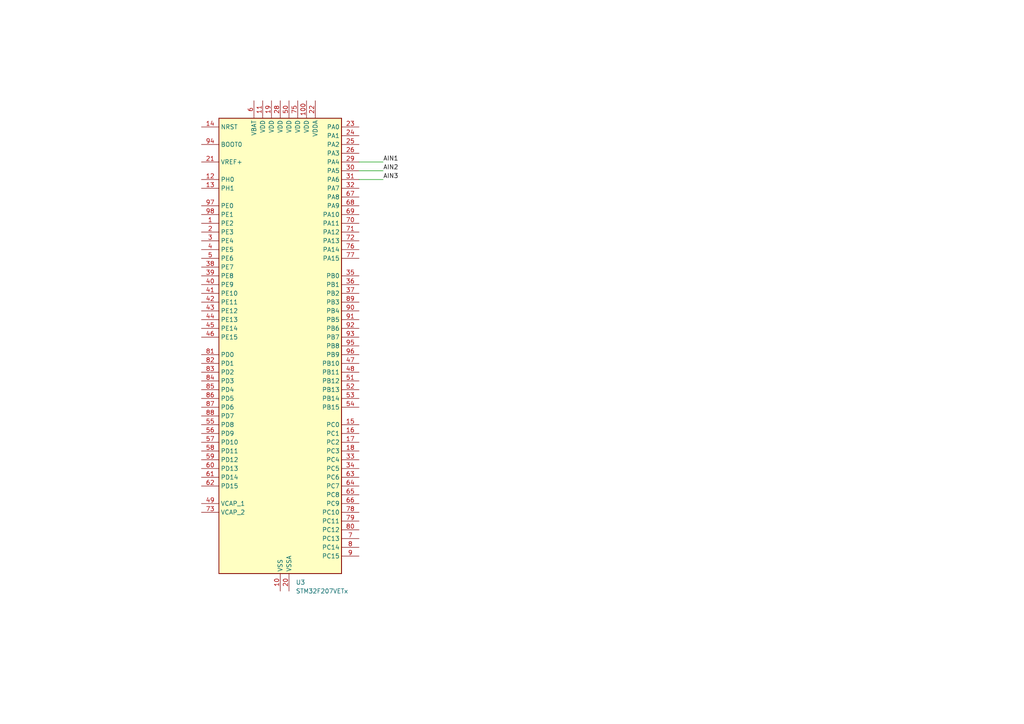
<source format=kicad_sch>
(kicad_sch (version 20230121) (generator eeschema)
  (paper "A4")
  (lib_symbols
    (symbol "MCU_ST_STM32F2:STM32F207VETx"
      (property "Reference" "U" (at -17.78 67.31 0))
      (property "Value" "STM32F207VETx" (at 12.7 67.31 0))
      (symbol "STM32F207VETx_0_1"
        (rectangle (start -17.78 -66.04) (end 17.78 66.04) (stroke (width 0.254)) (fill (type background)))
      )
      (symbol "STM32F207VETx_1_1"
        (pin bidirectional line (at -22.86 35.56 0) (length 5.08) (name "PE2") (number "1"))
        (pin power_in line (at 0 -71.12 90) (length 5.08) (name "VSS") (number "10"))
        (pin power_in line (at 7.62 71.12 270) (length 5.08) (name "VDD") (number "100"))
        (pin power_in line (at -5.08 71.12 270) (length 5.08) (name "VDD") (number "11"))
        (pin bidirectional line (at -22.86 48.26 0) (length 5.08) (name "PH0") (number "12"))
        (pin bidirectional line (at -22.86 45.72 0) (length 5.08) (name "PH1") (number "13"))
        (pin input line (at -22.86 63.5 0) (length 5.08) (name "NRST") (number "14"))
        (pin bidirectional line (at 22.86 -22.86 180) (length 5.08) (name "PC0") (number "15"))
        (pin bidirectional line (at 22.86 -25.4 180) (length 5.08) (name "PC1") (number "16"))
        (pin bidirectional line (at 22.86 -27.94 180) (length 5.08) (name "PC2") (number "17"))
        (pin bidirectional line (at 22.86 -30.48 180) (length 5.08) (name "PC3") (number "18"))
        (pin power_in line (at -2.54 71.12 270) (length 5.08) (name "VDD") (number "19"))
        (pin bidirectional line (at -22.86 33.02 0) (length 5.08) (name "PE3") (number "2"))
        (pin power_in line (at 2.54 -71.12 90) (length 5.08) (name "VSSA") (number "20"))
        (pin input line (at -22.86 53.34 0) (length 5.08) (name "VREF+") (number "21"))
        (pin power_in line (at 10.16 71.12 270) (length 5.08) (name "VDDA") (number "22"))
        (pin bidirectional line (at 22.86 63.5 180) (length 5.08) (name "PA0") (number "23"))
        (pin bidirectional line (at 22.86 60.96 180) (length 5.08) (name "PA1") (number "24"))
        (pin bidirectional line (at 22.86 58.42 180) (length 5.08) (name "PA2") (number "25"))
        (pin bidirectional line (at 22.86 55.88 180) (length 5.08) (name "PA3") (number "26"))
        (pin passive line (at 0 -71.12 90) (length 5.08) hide (name "VSS") (number "27"))
        (pin power_in line (at 0 71.12 270) (length 5.08) (name "VDD") (number "28"))
        (pin bidirectional line (at 22.86 53.34 180) (length 5.08) (name "PA4") (number "29"))
        (pin bidirectional line (at -22.86 30.48 0) (length 5.08) (name "PE4") (number "3"))
        (pin bidirectional line (at 22.86 50.8 180) (length 5.08) (name "PA5") (number "30"))
        (pin bidirectional line (at 22.86 48.26 180) (length 5.08) (name "PA6") (number "31"))
        (pin bidirectional line (at 22.86 45.72 180) (length 5.08) (name "PA7") (number "32"))
        (pin bidirectional line (at 22.86 -33.02 180) (length 5.08) (name "PC4") (number "33"))
        (pin bidirectional line (at 22.86 -35.56 180) (length 5.08) (name "PC5") (number "34"))
        (pin bidirectional line (at 22.86 20.32 180) (length 5.08) (name "PB0") (number "35"))
        (pin bidirectional line (at 22.86 17.78 180) (length 5.08) (name "PB1") (number "36"))
        (pin bidirectional line (at 22.86 15.24 180) (length 5.08) (name "PB2") (number "37"))
        (pin bidirectional line (at -22.86 22.86 0) (length 5.08) (name "PE7") (number "38"))
        (pin bidirectional line (at -22.86 20.32 0) (length 5.08) (name "PE8") (number "39"))
        (pin bidirectional line (at -22.86 27.94 0) (length 5.08) (name "PE5") (number "4"))
        (pin bidirectional line (at -22.86 17.78 0) (length 5.08) (name "PE9") (number "40"))
        (pin bidirectional line (at -22.86 15.24 0) (length 5.08) (name "PE10") (number "41"))
        (pin bidirectional line (at -22.86 12.7 0) (length 5.08) (name "PE11") (number "42"))
        (pin bidirectional line (at -22.86 10.16 0) (length 5.08) (name "PE12") (number "43"))
        (pin bidirectional line (at -22.86 7.62 0) (length 5.08) (name "PE13") (number "44"))
        (pin bidirectional line (at -22.86 5.08 0) (length 5.08) (name "PE14") (number "45"))
        (pin bidirectional line (at -22.86 2.54 0) (length 5.08) (name "PE15") (number "46"))
        (pin bidirectional line (at 22.86 -5.08 180) (length 5.08) (name "PB10") (number "47"))
        (pin bidirectional line (at 22.86 -7.62 180) (length 5.08) (name "PB11") (number "48"))
        (pin power_out line (at -22.86 -45.72 0) (length 5.08) (name "VCAP_1") (number "49"))
        (pin bidirectional line (at -22.86 25.4 0) (length 5.08) (name "PE6") (number "5"))
        (pin power_in line (at 2.54 71.12 270) (length 5.08) (name "VDD") (number "50"))
        (pin bidirectional line (at 22.86 -10.16 180) (length 5.08) (name "PB12") (number "51"))
        (pin bidirectional line (at 22.86 -12.7 180) (length 5.08) (name "PB13") (number "52"))
        (pin bidirectional line (at 22.86 -15.24 180) (length 5.08) (name "PB14") (number "53"))
        (pin bidirectional line (at 22.86 -17.78 180) (length 5.08) (name "PB15") (number "54"))
        (pin bidirectional line (at -22.86 -22.86 0) (length 5.08) (name "PD8") (number "55"))
        (pin bidirectional line (at -22.86 -25.4 0) (length 5.08) (name "PD9") (number "56"))
        (pin bidirectional line (at -22.86 -27.94 0) (length 5.08) (name "PD10") (number "57"))
        (pin bidirectional line (at -22.86 -30.48 0) (length 5.08) (name "PD11") (number "58"))
        (pin bidirectional line (at -22.86 -33.02 0) (length 5.08) (name "PD12") (number "59"))
        (pin power_in line (at -7.62 71.12 270) (length 5.08) (name "VBAT") (number "6"))
        (pin bidirectional line (at -22.86 -35.56 0) (length 5.08) (name "PD13") (number "60"))
        (pin bidirectional line (at -22.86 -38.1 0) (length 5.08) (name "PD14") (number "61"))
        (pin bidirectional line (at -22.86 -40.64 0) (length 5.08) (name "PD15") (number "62"))
        (pin bidirectional line (at 22.86 -38.1 180) (length 5.08) (name "PC6") (number "63"))
        (pin bidirectional line (at 22.86 -40.64 180) (length 5.08) (name "PC7") (number "64"))
        (pin bidirectional line (at 22.86 -43.18 180) (length 5.08) (name "PC8") (number "65"))
        (pin bidirectional line (at 22.86 -45.72 180) (length 5.08) (name "PC9") (number "66"))
        (pin bidirectional line (at 22.86 43.18 180) (length 5.08) (name "PA8") (number "67"))
        (pin bidirectional line (at 22.86 40.64 180) (length 5.08) (name "PA9") (number "68"))
        (pin bidirectional line (at 22.86 38.1 180) (length 5.08) (name "PA10") (number "69"))
        (pin bidirectional line (at 22.86 -55.88 180) (length 5.08) (name "PC13") (number "7"))
        (pin bidirectional line (at 22.86 35.56 180) (length 5.08) (name "PA11") (number "70"))
        (pin bidirectional line (at 22.86 33.02 180) (length 5.08) (name "PA12") (number "71"))
        (pin bidirectional line (at 22.86 30.48 180) (length 5.08) (name "PA13") (number "72"))
        (pin power_out line (at -22.86 -48.26 0) (length 5.08) (name "VCAP_2") (number "73"))
        (pin passive line (at 0 -71.12 90) (length 5.08) hide (name "VSS") (number "74"))
        (pin power_in line (at 5.08 71.12 270) (length 5.08) (name "VDD") (number "75"))
        (pin bidirectional line (at 22.86 27.94 180) (length 5.08) (name "PA14") (number "76"))
        (pin bidirectional line (at 22.86 25.4 180) (length 5.08) (name "PA15") (number "77"))
        (pin bidirectional line (at 22.86 -48.26 180) (length 5.08) (name "PC10") (number "78"))
        (pin bidirectional line (at 22.86 -50.8 180) (length 5.08) (name "PC11") (number "79"))
        (pin bidirectional line (at 22.86 -58.42 180) (length 5.08) (name "PC14") (number "8"))
        (pin bidirectional line (at 22.86 -53.34 180) (length 5.08) (name "PC12") (number "80"))
        (pin bidirectional line (at -22.86 -2.54 0) (length 5.08) (name "PD0") (number "81"))
        (pin bidirectional line (at -22.86 -5.08 0) (length 5.08) (name "PD1") (number "82"))
        (pin bidirectional line (at -22.86 -7.62 0) (length 5.08) (name "PD2") (number "83"))
        (pin bidirectional line (at -22.86 -10.16 0) (length 5.08) (name "PD3") (number "84"))
        (pin bidirectional line (at -22.86 -12.7 0) (length 5.08) (name "PD4") (number "85"))
        (pin bidirectional line (at -22.86 -15.24 0) (length 5.08) (name "PD5") (number "86"))
        (pin bidirectional line (at -22.86 -17.78 0) (length 5.08) (name "PD6") (number "87"))
        (pin bidirectional line (at -22.86 -20.32 0) (length 5.08) (name "PD7") (number "88"))
        (pin bidirectional line (at 22.86 12.7 180) (length 5.08) (name "PB3") (number "89"))
        (pin bidirectional line (at 22.86 -60.96 180) (length 5.08) (name "PC15") (number "9"))
        (pin bidirectional line (at 22.86 10.16 180) (length 5.08) (name "PB4") (number "90"))
        (pin bidirectional line (at 22.86 7.62 180) (length 5.08) (name "PB5") (number "91"))
        (pin bidirectional line (at 22.86 5.08 180) (length 5.08) (name "PB6") (number "92"))
        (pin bidirectional line (at 22.86 2.54 180) (length 5.08) (name "PB7") (number "93"))
        (pin input line (at -22.86 58.42 0) (length 5.08) (name "BOOT0") (number "94"))
        (pin bidirectional line (at 22.86 0 180) (length 5.08) (name "PB8") (number "95"))
        (pin bidirectional line (at 22.86 -2.54 180) (length 5.08) (name "PB9") (number "96"))
        (pin bidirectional line (at -22.86 40.64 0) (length 5.08) (name "PE0") (number "97"))
        (pin bidirectional line (at -22.86 38.1 0) (length 5.08) (name "PE1") (number "98"))
        (pin no_connect line (at -17.78 -66.04 0) (length 5.08) hide (name "RFU") (number "99"))
      )
    )
  )
  (wire (pts (xy 104.14 46.99) (xy 111.125 46.99)))
  (wire (pts (xy 104.14 49.53) (xy 111.125 49.53)))
  (wire (pts (xy 104.14 52.07) (xy 111.125 52.07)))
  (label "AIN2" (at 111.125 49.53 0))
  (label "AIN3" (at 111.125 52.07 0))
  (label "AIN1" (at 111.125 46.99 0))
  (symbol (lib_id "MCU_ST_STM32F2:STM32F207VETx") (at 81.28 100.33 0) (unit 1)
    (property "Reference" "U3" (at 85.7759 168.91 0) (effects (justify left)))
    (property "Value" "STM32F207VETx" (at 85.7759 171.45 0) (effects (justify left)))
    (property "Footprint" "Package_QFP:LQFP-100_14x14mm_P0.5mm" (effects hide))
    (property "Datasheet" "https://www.st.com/resource/en/datasheet/stm32f207ve.pdf" (effects hide))
  )
)
</source>
